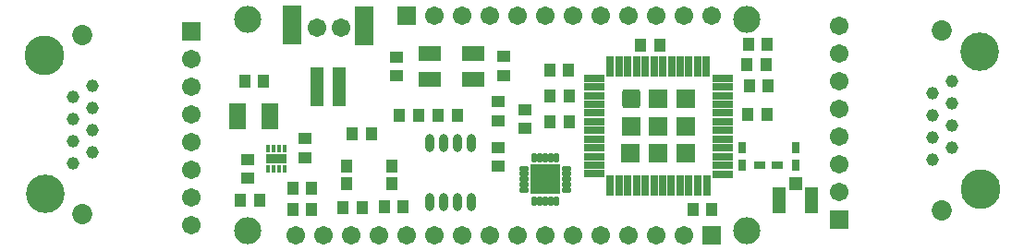
<source format=gts>
G04 Layer_Color=8388736*
%FSAX25Y25*%
%MOIN*%
G70*
G01*
G75*
%ADD52R,0.04934X0.09461*%
%ADD53R,0.04737X0.04737*%
%ADD54R,0.04343X0.04737*%
%ADD55R,0.06706X0.14186*%
%ADD56R,0.04737X0.14186*%
%ADD57R,0.06706X0.06706*%
G04:AMPARAMS|DCode=58|XSize=67.06mil|YSize=67.06mil|CornerRadius=9.9mil|HoleSize=0mil|Usage=FLASHONLY|Rotation=0.000|XOffset=0mil|YOffset=0mil|HoleType=Round|Shape=RoundedRectangle|*
%AMROUNDEDRECTD58*
21,1,0.06706,0.04724,0,0,0.0*
21,1,0.04724,0.06706,0,0,0.0*
1,1,0.01981,0.02362,-0.02362*
1,1,0.01981,-0.02362,-0.02362*
1,1,0.01981,-0.02362,0.02362*
1,1,0.01981,0.02362,0.02362*
%
%ADD58ROUNDEDRECTD58*%
%ADD59R,0.02768X0.07493*%
%ADD60R,0.07493X0.02768*%
%ADD61R,0.03950X0.04737*%
%ADD62R,0.01784X0.02768*%
%ADD63R,0.07296X0.03517*%
%ADD64R,0.10642X0.10642*%
%ADD65O,0.01981X0.03674*%
%ADD66O,0.03674X0.01981*%
%ADD67R,0.04737X0.03950*%
%ADD68O,0.03162X0.06509*%
%ADD69R,0.07887X0.05524*%
%ADD70R,0.03950X0.03162*%
%ADD71R,0.03162X0.03950*%
%ADD72R,0.05918X0.09461*%
%ADD73C,0.07296*%
%ADD74C,0.13910*%
%ADD75C,0.14304*%
%ADD76C,0.04619*%
%ADD77C,0.06706*%
%ADD78C,0.09800*%
%ADD79R,0.06706X0.06706*%
D52*
X0521004Y0389421D02*
D03*
X0509390D02*
D03*
D53*
X0515197Y0395327D02*
D03*
D54*
X0369496Y0401772D02*
D03*
X0353354D02*
D03*
Y0395472D02*
D03*
X0369496D02*
D03*
D55*
X0359724Y0452480D02*
D03*
X0333461Y0452525D02*
D03*
D56*
X0342568Y0430429D02*
D03*
X0350481Y0430438D02*
D03*
D57*
X0475520Y0406280D02*
D03*
X0465677D02*
D03*
X0455736D02*
D03*
X0475520Y0416122D02*
D03*
X0465677D02*
D03*
X0455835D02*
D03*
X0475520Y0425965D02*
D03*
X0465677Y0425965D02*
D03*
X0485000Y0376500D02*
D03*
X0375000Y0456000D02*
D03*
D58*
X0455835Y0425965D02*
D03*
D59*
X0448347Y0437598D02*
D03*
X0451535D02*
D03*
X0454685D02*
D03*
X0457835D02*
D03*
X0460984D02*
D03*
X0464134D02*
D03*
X0467283D02*
D03*
X0470433D02*
D03*
X0473583D02*
D03*
X0476732D02*
D03*
X0479843D02*
D03*
X0483032D02*
D03*
X0483189Y0394665D02*
D03*
X0479878Y0394665D02*
D03*
X0476701D02*
D03*
X0473551Y0394669D02*
D03*
X0470402Y0394669D02*
D03*
X0467252Y0394665D02*
D03*
X0464102D02*
D03*
X0460953Y0394665D02*
D03*
X0457803Y0394665D02*
D03*
X0454654Y0394665D02*
D03*
X0451504D02*
D03*
X0448347D02*
D03*
D60*
X0488898Y0433465D02*
D03*
Y0430315D02*
D03*
Y0427126D02*
D03*
Y0424016D02*
D03*
Y0420866D02*
D03*
Y0417677D02*
D03*
X0488905Y0414547D02*
D03*
X0488905Y0411398D02*
D03*
X0488905Y0408248D02*
D03*
X0488905Y0405110D02*
D03*
X0488905Y0401953D02*
D03*
Y0398799D02*
D03*
X0442441Y0398819D02*
D03*
Y0401929D02*
D03*
Y0405118D02*
D03*
Y0408228D02*
D03*
Y0411378D02*
D03*
Y0414567D02*
D03*
Y0417677D02*
D03*
Y0420827D02*
D03*
Y0423976D02*
D03*
Y0427126D02*
D03*
Y0430315D02*
D03*
Y0433465D02*
D03*
D61*
X0498435Y0430551D02*
D03*
X0505310D02*
D03*
X0459340Y0445276D02*
D03*
X0466215D02*
D03*
X0379242Y0420118D02*
D03*
X0372368D02*
D03*
X0478120Y0386024D02*
D03*
X0484995D02*
D03*
X0352017Y0386772D02*
D03*
X0358892D02*
D03*
X0333789Y0385866D02*
D03*
X0340664D02*
D03*
X0340739Y0393701D02*
D03*
X0333864D02*
D03*
X0323416Y0432205D02*
D03*
X0316541D02*
D03*
X0386248Y0420039D02*
D03*
X0393123D02*
D03*
X0373673Y0386890D02*
D03*
X0366798D02*
D03*
X0498020Y0420197D02*
D03*
X0504895D02*
D03*
X0433476Y0417717D02*
D03*
X0426601D02*
D03*
X0426524Y0436339D02*
D03*
X0433399D02*
D03*
X0426642Y0426968D02*
D03*
X0433517D02*
D03*
X0321802Y0389409D02*
D03*
X0314927D02*
D03*
X0362156Y0413150D02*
D03*
X0355281D02*
D03*
X0504990Y0445709D02*
D03*
X0498115D02*
D03*
X0504479Y0438228D02*
D03*
X0497604D02*
D03*
D62*
X0324882Y0400630D02*
D03*
X0326850D02*
D03*
X0328819D02*
D03*
X0330787D02*
D03*
X0324882Y0408110D02*
D03*
X0326850D02*
D03*
X0328819D02*
D03*
X0330787D02*
D03*
D63*
X0327835Y0404370D02*
D03*
D64*
X0424921Y0396850D02*
D03*
D65*
X0420984Y0404587D02*
D03*
X0422953D02*
D03*
X0424921D02*
D03*
X0426890D02*
D03*
X0428858D02*
D03*
Y0389114D02*
D03*
X0426890D02*
D03*
X0424921D02*
D03*
X0422953D02*
D03*
X0420984D02*
D03*
D66*
X0432657Y0400787D02*
D03*
Y0398819D02*
D03*
Y0396850D02*
D03*
Y0394882D02*
D03*
Y0392913D02*
D03*
X0417185D02*
D03*
Y0394882D02*
D03*
Y0396850D02*
D03*
Y0398819D02*
D03*
Y0400787D02*
D03*
D67*
X0417520Y0415206D02*
D03*
Y0422081D02*
D03*
X0410079Y0441153D02*
D03*
Y0434278D02*
D03*
X0371417Y0441075D02*
D03*
Y0434200D02*
D03*
X0408071Y0408437D02*
D03*
Y0401562D02*
D03*
X0407913Y0424933D02*
D03*
Y0418058D02*
D03*
X0338228Y0404673D02*
D03*
Y0411548D02*
D03*
X0317598Y0404146D02*
D03*
Y0397271D02*
D03*
D68*
X0383209Y0388484D02*
D03*
X0388209D02*
D03*
X0393209D02*
D03*
X0398209D02*
D03*
X0383209Y0409941D02*
D03*
X0388209D02*
D03*
X0393209D02*
D03*
X0398209D02*
D03*
D69*
X0399017Y0442293D02*
D03*
Y0432844D02*
D03*
X0383269Y0442293D02*
D03*
Y0432844D02*
D03*
D70*
X0502323Y0401850D02*
D03*
X0508583D02*
D03*
D71*
X0496063Y0401929D02*
D03*
Y0408189D02*
D03*
X0515197Y0408386D02*
D03*
Y0402126D02*
D03*
D72*
X0325709Y0419567D02*
D03*
X0314055D02*
D03*
D73*
X0257992Y0384291D02*
D03*
Y0449094D02*
D03*
X0568071Y0385709D02*
D03*
Y0450512D02*
D03*
D74*
X0244528Y0391772D02*
D03*
X0581535Y0443032D02*
D03*
D75*
X0244213Y0441614D02*
D03*
X0581850Y0393189D02*
D03*
D76*
X0261496Y0406811D02*
D03*
X0261535Y0414803D02*
D03*
Y0422795D02*
D03*
Y0430787D02*
D03*
X0254488Y0402598D02*
D03*
Y0410591D02*
D03*
Y0418583D02*
D03*
Y0426575D02*
D03*
X0571575Y0408228D02*
D03*
Y0416221D02*
D03*
Y0424213D02*
D03*
Y0432205D02*
D03*
X0564528Y0404016D02*
D03*
Y0412008D02*
D03*
Y0420000D02*
D03*
X0564567Y0427992D02*
D03*
D77*
X0342598Y0451693D02*
D03*
X0351260D02*
D03*
X0297205Y0440158D02*
D03*
Y0430158D02*
D03*
Y0420157D02*
D03*
Y0410157D02*
D03*
Y0400157D02*
D03*
Y0390158D02*
D03*
Y0380157D02*
D03*
X0475000Y0376500D02*
D03*
X0465000D02*
D03*
X0455000D02*
D03*
X0445000D02*
D03*
X0435000D02*
D03*
X0425000D02*
D03*
X0415000D02*
D03*
X0405000D02*
D03*
X0395000D02*
D03*
X0385000D02*
D03*
X0375000D02*
D03*
X0365000D02*
D03*
X0355000D02*
D03*
X0345000D02*
D03*
X0335000D02*
D03*
X0485000Y0456000D02*
D03*
X0475000D02*
D03*
X0465000D02*
D03*
X0455000D02*
D03*
X0445000D02*
D03*
X0435000D02*
D03*
X0425000D02*
D03*
X0415000D02*
D03*
X0405000D02*
D03*
X0395000D02*
D03*
X0385000D02*
D03*
X0530905Y0392205D02*
D03*
Y0402205D02*
D03*
Y0412205D02*
D03*
Y0422205D02*
D03*
Y0432205D02*
D03*
Y0442205D02*
D03*
Y0452205D02*
D03*
D78*
X0317520Y0378150D02*
D03*
X0497480Y0454606D02*
D03*
Y0378150D02*
D03*
X0317500Y0454602D02*
D03*
D79*
X0297205Y0450157D02*
D03*
X0530905Y0382205D02*
D03*
M02*

</source>
